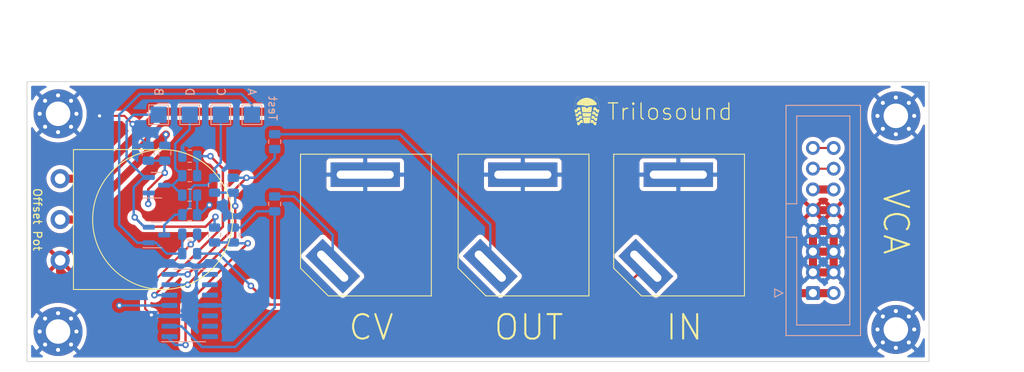
<source format=kicad_pcb>
(kicad_pcb (version 20211014) (generator pcbnew)
  (layers (0 "F.Cu" signal) (31 "B.Cu" signal) (34 "B.Paste" user) (35 "F.Paste" user) (36 "B.SilkS" user "B.Silkscreen") (37 "F.SilkS" user "F.Silkscreen") (38 "B.Mask" user) (39 "F.Mask" user) (44 "Edge.Cuts" user))
  (net 0 "")
  (net 1 "+12V")
  (net 2 "-12V")
  (net 3 "GND")
  (net 4 "CV")
  (net 5 "SIGNAL")
  (net 6 "OUT")
  (net 7 "Net-(Q1-Pad1)")
  (net 8 "Net-(Q1-Pad2)")
  (net 9 "Net-(Q1-Pad3)")
  (net 10 "Net-(Q2-Pad3)")
  (net 11 "Net-(R1-Pad2)")
  (net 12 "Net-(R2-Pad2)")
  (net 13 "Net-(R11-Pad2)")
  (net 14 "Net-(R10-Pad2)")
  (net 15 "Net-(R11-Pad1)")
  (net 22 "Net-(Q2-Pad1)")
  (net 23 "Net-(R14-Pad2)")
  (net 24 "+5V")
  (net 25 "unconnected-(U2-Pad7)")
  (net 26 "unconnected-(U2-Pad8)")
  (footprint "Potentiometer_THT:Potentiometer_Omeg_PC16BU_Vertical" (layer "F.Cu") (at 49.54 69.639442)
    (fp_text reference "RV1" hide)
    (fp_text value "R_Potentiometer_US" hide)
    (pad "1" thru_hole circle (at 0 0) (size 2.34 2.34) (drill 1.3) (layers *.Cu *.Mask) (net 1 "+12V"))
    (pad "2" thru_hole circle (at 0 -5) (size 2.34 2.34) (drill 1.3) (layers *.Cu *.Mask) (net 23 "Net-(R14-Pad2)"))
    (pad "3" thru_hole circle (at 0 -10) (size 2.34 2.34) (drill 1.3) (layers *.Cu *.Mask) (net 2 "-12V"))
  )
  (footprint "MountingHole:MountingHole_3mm_Pad_Via" (layer "F.Cu") (at 151.902 78.101442 -90)
    (fp_text reference "H2" hide)
    (fp_text value "MountingHole_Pad" hide)
    (pad "1" thru_hole circle locked (at 0 -2.25 270) (size 0.8 0.8) (drill 0.5) (layers *.Cu *.Mask) (net 3 "GND"))
    (pad "1" thru_hole circle locked (at 2.25 0 270) (size 0.8 0.8) (drill 0.5) (layers *.Cu *.Mask) (net 3 "GND"))
    (pad "1" thru_hole circle locked (at 1.59099 1.59099 270) (size 0.8 0.8) (drill 0.5) (layers *.Cu *.Mask) (net 3 "GND"))
    (pad "1" thru_hole circle locked (at -1.59099 -1.59099 270) (size 0.8 0.8) (drill 0.5) (layers *.Cu *.Mask) (net 3 "GND"))
    (pad "1" thru_hole circle locked (at -2.25 0 270) (size 0.8 0.8) (drill 0.5) (layers *.Cu *.Mask) (net 3 "GND"))
    (pad "1" thru_hole circle locked (at 1.59099 -1.59099 270) (size 0.8 0.8) (drill 0.5) (layers *.Cu *.Mask) (net 3 "GND"))
    (pad "1" thru_hole circle locked (at -1.59099 1.59099 270) (size 0.8 0.8) (drill 0.5) (layers *.Cu *.Mask) (net 3 "GND"))
    (pad "1" thru_hole circle locked (at 0 2.25 270) (size 0.8 0.8) (drill 0.5) (layers *.Cu *.Mask) (net 3 "GND"))
    (pad "1" thru_hole circle locked (at 0 0 270) (size 6 6) (drill 3) (layers *.Cu *.Mask) (net 3 "GND"))
  )
  (footprint "MountingHole:MountingHole_3mm_Pad_Via" (layer "F.Cu") (at 49.286 78.355442 -90)
    (fp_text reference "H1" hide)
    (fp_text value "MountingHole_Pad" hide)
    (pad "1" thru_hole circle locked (at 1.59099 1.59099 270) (size 0.8 0.8) (drill 0.5) (layers *.Cu *.Mask) (net 3 "GND"))
    (pad "1" thru_hole circle locked (at 0 0 270) (size 6 6) (drill 3) (layers *.Cu *.Mask) (net 3 "GND"))
    (pad "1" thru_hole circle locked (at 0 2.25 270) (size 0.8 0.8) (drill 0.5) (layers *.Cu *.Mask) (net 3 "GND"))
    (pad "1" thru_hole circle locked (at -1.59099 1.59099 270) (size 0.8 0.8) (drill 0.5) (layers *.Cu *.Mask) (net 3 "GND"))
    (pad "1" thru_hole circle locked (at 2.25 0 270) (size 0.8 0.8) (drill 0.5) (layers *.Cu *.Mask) (net 3 "GND"))
    (pad "1" thru_hole circle locked (at 0 -2.25 270) (size 0.8 0.8) (drill 0.5) (layers *.Cu *.Mask) (net 3 "GND"))
    (pad "1" thru_hole circle locked (at -2.25 0 270) (size 0.8 0.8) (drill 0.5) (layers *.Cu *.Mask) (net 3 "GND"))
    (pad "1" thru_hole circle locked (at -1.59099 -1.59099 270) (size 0.8 0.8) (drill 0.5) (layers *.Cu *.Mask) (net 3 "GND"))
    (pad "1" thru_hole circle locked (at 1.59099 -1.59099 270) (size 0.8 0.8) (drill 0.5) (layers *.Cu *.Mask) (net 3 "GND"))
  )
  (footprint "LIBRARY-8-bit-computer:ACJS-MV35-3S-audio-jack" (layer "F.Cu") (at 106.944 64.766442 -90)
    (fp_text reference "J1" hide)
    (fp_text value "AudioJack2" hide)
    (pad "S" thru_hole rect (at -5.625 0.733 270) (size 3 8.5) (drill oval 1 7) (layers *.Cu *.Mask) (net 3 "GND"))
    (pad "T" thru_hole rect (at 5.585 4.715 225) (size 3 6.5) (drill oval 1 5) (layers *.Cu *.Mask) (net 6 "OUT"))
  )
  (footprint "MountingHole:MountingHole_3mm_Pad_Via" (layer "F.Cu") (at 49.286 51.685442 -90)
    (fp_text reference "H4" hide)
    (fp_text value "MountingHole_Pad" hide)
    (pad "1" thru_hole circle locked (at 1.59099 -1.59099 270) (size 0.8 0.8) (drill 0.5) (layers *.Cu *.Mask) (net 3 "GND"))
    (pad "1" thru_hole circle locked (at -1.59099 1.59099 270) (size 0.8 0.8) (drill 0.5) (layers *.Cu *.Mask) (net 3 "GND"))
    (pad "1" thru_hole circle locked (at 1.59099 1.59099 270) (size 0.8 0.8) (drill 0.5) (layers *.Cu *.Mask) (net 3 "GND"))
    (pad "1" thru_hole circle locked (at 0 0 270) (size 6 6) (drill 3) (layers *.Cu *.Mask) (net 3 "GND"))
    (pad "1" thru_hole circle locked (at -1.59099 -1.59099 270) (size 0.8 0.8) (drill 0.5) (layers *.Cu *.Mask) (net 3 "GND"))
    (pad "1" thru_hole circle locked (at -2.25 0 270) (size 0.8 0.8) (drill 0.5) (layers *.Cu *.Mask) (net 3 "GND"))
    (pad "1" thru_hole circle locked (at 2.25 0 270) (size 0.8 0.8) (drill 0.5) (layers *.Cu *.Mask) (net 3 "GND"))
    (pad "1" thru_hole circle locked (at 0 2.25 270) (size 0.8 0.8) (drill 0.5) (layers *.Cu *.Mask) (net 3 "GND"))
    (pad "1" thru_hole circle locked (at 0 -2.25 270) (size 0.8 0.8) (drill 0.5) (layers *.Cu *.Mask) (net 3 "GND"))
  )
  (footprint "LIBRARY-8-bit-computer:ACJS-MV35-3S-audio-jack" (layer "F.Cu") (at 125.994 64.766442 -90)
    (fp_text reference "J2" hide)
    (fp_text value "AudioJack2" hide)
    (pad "S" thru_hole rect (at -5.625 0.733 270) (size 3 8.5) (drill oval 1 7) (layers *.Cu *.Mask) (net 3 "GND"))
    (pad "T" thru_hole rect (at 5.585 4.715 225) (size 3 6.5) (drill oval 1 5) (layers *.Cu *.Mask) (net 5 "SIGNAL"))
  )
  (footprint "MountingHole:MountingHole_3mm_Pad_Via" (layer "F.Cu") (at 151.902 51.939442 -90)
    (fp_text reference "H3" hide)
    (fp_text value "MountingHole_Pad" hide)
    (pad "1" thru_hole circle locked (at 0 -2.25 270) (size 0.8 0.8) (drill 0.5) (layers *.Cu *.Mask) (net 3 "GND"))
    (pad "1" thru_hole circle locked (at 1.59099 1.59099 270) (size 0.8 0.8) (drill 0.5) (layers *.Cu *.Mask) (net 3 "GND"))
    (pad "1" thru_hole circle locked (at 2.25 0 270) (size 0.8 0.8) (drill 0.5) (layers *.Cu *.Mask) (net 3 "GND"))
    (pad "1" thru_hole circle locked (at -1.59099 1.59099 270) (size 0.8 0.8) (drill 0.5) (layers *.Cu *.Mask) (net 3 "GND"))
    (pad "1" thru_hole circle locked (at 0 2.25 270) (size 0.8 0.8) (drill 0.5) (layers *.Cu *.Mask) (net 3 "GND"))
    (pad "1" thru_hole circle locked (at 1.59099 -1.59099 270) (size 0.8 0.8) (drill 0.5) (layers *.Cu *.Mask) (net 3 "GND"))
    (pad "1" thru_hole circle locked (at -1.59099 -1.59099 270) (size 0.8 0.8) (drill 0.5) (layers *.Cu *.Mask) (net 3 "GND"))
    (pad "1" thru_hole circle locked (at 0 0 270) (size 6 6) (drill 3) (layers *.Cu *.Mask) (net 3 "GND"))
    (pad "1" thru_hole circle locked (at -2.25 0 270) (size 0.8 0.8) (drill 0.5) (layers *.Cu *.Mask) (net 3 "GND"))
  )
  (footprint "Stephenv6:trilobyte-logo-tiny" (layer "F.Cu") (at 114.046 45.466)
    (fp_text reference "REF**" hide)
    (fp_text value "trilobyte-logo-tiny" hide)
  )
  (footprint "LIBRARY-8-bit-computer:ACJS-MV35-3S-audio-jack" (layer "F.Cu") (at 87.64 64.766442 -90)
    (fp_text reference "J3" hide)
    (fp_text value "AudioJack2" hide)
    (pad "S" thru_hole rect (at -5.625 0.733 270) (size 3 8.5) (drill oval 1 7) (layers *.Cu *.Mask) (net 3 "GND"))
    (pad "T" thru_hole rect (at 5.585 4.715 225) (size 3 6.5) (drill oval 1 5) (layers *.Cu *.Mask) (net 4 "CV"))
  )
  (footprint "Resistor_SMD:R_0805_2012Metric" (layer "B.Cu") (at 75.823 62.722014 -90)
    (fp_text reference "R1" hide)
    (fp_text value "R_Small_US" hide)
    (pad "1" smd roundrect (at -0.9125 0 270) (size 1.025 1.4) (layers "B.Cu" "B.Paste" "B.Mask") (roundrect_rratio 0.243902439) (net 4 "CV"))
    (pad "2" smd roundrect (at 0.9125 0 270) (size 1.025 1.4) (layers "B.Cu" "B.Paste" "B.Mask") (roundrect_rratio 0.243902439) (net 11 "Net-(R1-Pad2)"))
  )
  (footprint "Resistor_SMD:R_0805_2012Metric" (layer "B.Cu") (at 65.409 56.880014)
    (fp_text reference "R10" hide)
    (fp_text value "R_Small_US" hide)
    (pad "1" smd roundrect (at -0.9125 0) (size 1.025 1.4) (layers "B.Cu" "B.Paste" "B.Mask") (roundrect_rratio 0.243902439) (net 3 "GND"))
    (pad "2" smd roundrect (at 0.9125 0) (size 1.025 1.4) (layers "B.Cu" "B.Paste" "B.Mask") (roundrect_rratio 0.243902439) (net 14 "Net-(R10-Pad2)"))
  )
  (footprint "Resistor_SMD:R_0805_2012Metric" (layer "B.Cu") (at 65.409 61.655214 180)
    (fp_text reference "R7" hide)
    (fp_text value "R_Small_US" hide)
    (pad "1" smd roundrect (at -0.9125 0 180) (size 1.025 1.4) (layers "B.Cu" "B.Paste" "B.Mask") (roundrect_rratio 0.243902439) (net 1 "+12V"))
    (pad "2" smd roundrect (at 0.9125 0 180) (size 1.025 1.4) (layers "B.Cu" "B.Paste" "B.Mask") (roundrect_rratio 0.243902439) (net 10 "Net-(Q2-Pad3)"))
  )
  (footprint "TestPoint:TestPoint_Pad_2.0x2.0mm" (layer "B.Cu") (at 61.599 51.800014 90)
    (fp_text reference "TP2" hide)
    (fp_text value "TestPoint" hide)
    (pad "1" smd rect locked (at 0 0 90) (size 2 2) (layers "B.Cu" "B.Mask") (net 8 "Net-(Q1-Pad2)"))
  )
  (footprint "Package_TO_SOT_SMD:SOT-23" (layer "B.Cu") (at 61.345 60.436014)
    (fp_text reference "Q2" hide)
    (fp_text value "2N2222_smd-stephen" hide)
    (pad "1" smd roundrect locked (at -0.9375 0.95) (size 1.475 0.6) (layers "B.Cu" "B.Paste" "B.Mask") (net 22 "Net-(Q2-Pad1)"))
    (pad "2" smd roundrect locked (at -0.9375 -0.95) (size 1.475 0.6) (layers "B.Cu" "B.Paste" "B.Mask") (net 8 "Net-(Q1-Pad2)"))
    (pad "3" smd roundrect locked (at 0.9375 0) (size 1.475 0.6) (layers "B.Cu" "B.Paste" "B.Mask") (net 10 "Net-(Q2-Pad3)"))
  )
  (footprint "LIBRARY-8-bit-computer:IDC-Socket-Eurorack_16p_2.54mm" (layer "B.Cu") (at 143.012 64.766442 180)
    (fp_text reference "U2" hide)
    (fp_text value "Eurorack_IDE_16P" hide)
    (pad "1" thru_hole roundrect (at 1.27 -8.878) (size 1.7 1.7) (drill 1) (layers *.Cu *.Mask) (roundrect_rratio 0.147059) (net 2 "-12V"))
    (pad "1" thru_hole circle (at -1.27 -8.878) (size 1.7 1.7) (drill 1) (layers *.Cu *.Mask) (net 2 "-12V"))
    (pad "2" thru_hole circle (at 1.27 -6.338) (size 1.7 1.7) (drill 1) (layers *.Cu *.Mask) (net 3 "GND"))
    (pad "2" thru_hole circle (at -1.27 -6.35) (size 1.7 1.7) (drill 1) (layers *.Cu *.Mask) (net 3 "GND"))
    (pad "3" thru_hole circle (at -1.27 -3.81) (size 1.7 1.7) (drill 1) (layers *.Cu *.Mask) (net 3 "GND"))
    (pad "3" thru_hole circle (at 1.27 -3.798) (size 1.7 1.7) (drill 1) (layers *.Cu *.Mask) (net 3 "GND"))
    (pad "4" thru_hole circle (at 1.27 -1.258) (size 1.7 1.7) (drill 1) (layers *.Cu *.Mask) (net 3 "GND"))
    (pad "4" thru_hole circle (at -1.27 -1.27) (size 1.7 1.7) (drill 1) (layers *.Cu *.Mask) (net 3 "GND"))
    (pad "5" thru_hole circle (at -1.27 1.27) (size 1.7 1.7) (drill 1) (layers *.Cu *.Mask) (net 1 "+12V"))
    (pad "5" thru_hole circle (at 1.27 1.282) (size 1.7 1.7) (drill 1) (layers *.Cu *.Mask) (net 1 "+12V"))
    (pad "6" thru_hole circle (at -1.27 3.81) (size 1.7 1.7) (drill 1) (layers *.Cu *.Mask) (net 24 "+5V"))
    (pad "6" thru_hole circle (at 1.27 3.822) (size 1.7 1.7) (drill 1) (layers *.Cu *.Mask) (net 24 "+5V"))
    (pad "7" thru_hole circle (at -1.27 6.35) (size 1.7 1.7) (drill 1) (layers *.Cu *.Mask) (net 25 "unconnected-(U2-Pad7)"))
    (pad "7" thru_hole circle (at 1.27 6.362) (size 1.7 1.7) (drill 1) (layers *.Cu *.Mask) (net 25 "unconnected-(U2-Pad7)"))
    (pad "8" thru_hole circle (at -1.27 8.89) (size 1.7 1.7) (drill 1) (layers *.Cu *.Mask) (net 26 "unconnected-(U2-Pad8)"))
    (pad "8" thru_hole circle (at 1.27 8.902) (size 1.7 1.7) (drill 1) (layers *.Cu *.Mask) (net 26 "unconnected-(U2-Pad8)"))
  )
  (footprint "TestPoint:TestPoint_Pad_2.0x2.0mm" (layer "B.Cu") (at 69.219 51.800014 90)
    (fp_text reference "TP3" hide)
    (fp_text value "TestPoint" hide)
    (pad "1" smd rect locked (at 0 0 90) (size 2 2) (layers "B.Cu" "B.Mask") (net 9 "Net-(Q1-Pad3)"))
  )
  (footprint "Resistor_SMD:R_0805_2012Metric" (layer "B.Cu") (at 65.409 64.042814 180)
    (fp_text reference "R6" hide)
    (fp_text value "R_Small_US" hide)
    (pad "1" smd roundrect (at -0.9125 0 180) (size 1.025 1.4) (layers "B.Cu" "B.Paste" "B.Mask") (roundrect_rratio 0.243902439) (net 1 "+12V"))
    (pad "2" smd roundrect (at 0.9125 0 180) (size 1.025 1.4) (layers "B.Cu" "B.Paste" "B.Mask") (roundrect_rratio 0.243902439) (net 9 "Net-(Q1-Pad3)"))
  )
  (footprint "Resistor_SMD:R_0805_2012Metric" (layer "B.Cu") (at 62.361 56.522514 90)
    (fp_text reference "R14" hide)
    (fp_text value "R_Small_US" hide)
    (pad "1" smd roundrect (at -0.9125 0 90) (size 1.025 1.4) (layers "B.Cu" "B.Paste" "B.Mask") (roundrect_rratio 0.243902439) (net 22 "Net-(Q2-Pad1)"))
    (pad "2" smd roundrect (at 0.9125 0 90) (size 1.025 1.4) (layers "B.Cu" "B.Paste" "B.Mask") (roundrect_rratio 0.243902439) (net 23 "Net-(R14-Pad2)"))
  )
  (footprint "Resistor_SMD:R_0805_2012Metric" (layer "B.Cu") (at 70.743 60.436014 -90)
    (fp_text reference "R11" hide)
    (fp_text value "R_Small_US" hide)
    (pad "1" smd roundrect (at -0.9125 0 270) (size 1.025 1.4) (layers "B.Cu" "B.Paste" "B.Mask") (roundrect_rratio 0.243902439) (net 15 "Net-(R11-Pad1)"))
    (pad "2" smd roundrect (at 0.9125 0 270) (size 1.025 1.4) (layers "B.Cu" "B.Paste" "B.Mask") (roundrect_rratio 0.243902439) (net 13 "Net-(R11-Pad2)"))
  )
  (footprint "LIBRARY-8-bit-computer:R_0805_2012Metric-10K" (layer "B.Cu") (at 65.409 59.267614)
    (fp_text reference "R9" hide)
    (fp_text value "R_Small_US" hide)
    (pad "1" smd roundrect (at -0.9125 0) (size 1.025 1.4) (layers "B.Cu" "B.Paste" "B.Mask") (roundrect_rratio 0.243902439) (net 10 "Net-(Q2-Pad3)"))
    (pad "2" smd roundrect (at 0.9125 0) (size 1.025 1.4) (layers "B.Cu" "B.Paste" "B.Mask") (roundrect_rratio 0.243902439) (net 14 "Net-(R10-Pad2)"))
  )
  (footprint "Resistor_SMD:R_0805_2012Metric" (layer "B.Cu") (at 65.409 68.818014)
    (fp_text reference "R3" hide)
    (fp_text value "R_Small_US" hide)
    (pad "1" smd roundrect (at -0.9125 0) (size 1.025 1.4) (layers "B.Cu" "B.Paste" "B.Mask") (roundrect_rratio 0.243902439) (net 7 "Net-(Q1-Pad1)"))
    (pad "2" smd roundrect (at 0.9125 0) (size 1.025 1.4) (layers "B.Cu" "B.Paste" "B.Mask") (roundrect_rratio 0.243902439) (net 5 "SIGNAL"))
  )
  (footprint "Resistor_SMD:R_0805_2012Metric" (layer "B.Cu") (at 65.409 66.430414 180)
    (fp_text reference "R5" hide)
    (fp_text value "R_Small_US" hide)
    (pad "1" smd roundrect (at -0.9125 0 180) (size 1.025 1.4) (layers "B.Cu" "B.Paste" "B.Mask") (roundrect_rratio 0.243902439) (net 3 "GND"))
    (pad "2" smd roundrect (at 0.9125 0 180) (size 1.025 1.4) (layers "B.Cu" "B.Paste" "B.Mask") (roundrect_rratio 0.243902439) (net 7 "Net-(Q1-Pad1)"))
  )
  (footprint "LIBRARY-8-bit-computer:R_0805_2012Metric-10K" (layer "B.Cu") (at 68.457 60.436014 -90)
    (fp_text reference "R8" hide)
    (fp_text value "R_Small_US" hide)
    (pad "1" smd roundrect (at -0.9125 0 270) (size 1.025 1.4) (layers "B.Cu" "B.Paste" "B.Mask") (roundrect_rratio 0.243902439) (net 9 "Net-(Q1-Pad3)"))
    (pad "2" smd roundrect (at 0.9125 0 270) (size 1.025 1.4) (layers "B.Cu" "B.Paste" "B.Mask") (roundrect_rratio 0.243902439) (net 13 "Net-(R11-Pad2)"))
  )
  (footprint "LIBRARY-8-bit-computer:R_0805_2012Metric-10K" (layer "B.Cu") (at 68.457 66.532014 90)
    (fp_text reference "R4" hide)
    (fp_text value "R_Small_US" hide)
    (pad "1" smd roundrect (at -0.9125 0 90) (size 1.025 1.4) (layers "B.Cu" "B.Paste" "B.Mask") (roundrect_rratio 0.243902439) (net 12 "Net-(R2-Pad2)"))
    (pad "2" smd roundrect (at 0.9125 0 90) (size 1.025 1.4) (layers "B.Cu" "B.Paste" "B.Mask") (roundrect_rratio 0.243902439) (net 8 "Net-(Q1-Pad2)"))
  )
  (footprint "Package_TO_SOT_SMD:SOT-23" (layer "B.Cu") (at 61.345 66.532014)
    (fp_text reference "Q1" hide)
    (fp_text value "2N2222_smd-stephen" hide)
    (pad "1" smd roundrect locked (at -0.9375 0.95) (size 1.475 0.6) (layers "B.Cu" "B.Paste" "B.Mask") (net 7 "Net-(Q1-Pad1)"))
    (pad "2" smd roundrect locked (at -0.9375 -0.95) (size 1.475 0.6) (layers "B.Cu" "B.Paste" "B.Mask") (net 8 "Net-(Q1-Pad2)"))
    (pad "3" smd roundrect locked (at 0.9375 0) (size 1.475 0.6) (layers "B.Cu" "B.Paste" "B.Mask") (net 9 "Net-(Q1-Pad3)"))
  )
  (footprint "Package_SO:SO-14_3.9x8.65mm_P1.27mm" (layer "B.Cu") (at 65.409 75.168014)
    (fp_text reference "U1" hide)
    (fp_text value "TL074" hide)
    (pad "1" smd roundrect (at -2.475 3.81) (size 1.95 0.6) (layers "B.Cu" "B.Paste" "B.Mask") (net 12 "Net-(R2-Pad2)"))
    (pad "2" smd roundrect (at -2.475 2.54) (size 1.95 0.6) (layers "B.Cu" "B.Paste" "B.Mask") (net 11 "Net-(R1-Pad2)"))
    (pad "3" smd roundrect (at -2.475 1.27) (size 1.95 0.6) (layers "B.Cu" "B.Paste" "B.Mask") (net 3 "GND"))
    (pad "4" smd roundrect (at -2.475 0) (size 1.95 0.6) (layers "B.Cu" "B.Paste" "B.Mask") (net 1 "+12V"))
    (pad "5" smd roundrect (at -2.475 -1.27) (size 1.95 0.6) (layers "B.Cu" "B.Paste" "B.Mask") (net 14 "Net-(R10-Pad2)"))
    (pad "6" smd roundrect (at -2.475 -2.54) (size 1.95 0.6) (layers "B.Cu" "B.Paste" "B.Mask") (net 13 "Net-(R11-Pad2)"))
    (pad "7" smd roundrect (at -2.475 -3.81) (size 1.95 0.6) (layers "B.Cu" "B.Paste" "B.Mask") (net 15 "Net-(R11-Pad1)"))
    (pad "8" smd roundrect (at 2.475 -3.81) (size 1.95 0.6) (layers "B.Cu" "B.Paste" "B.Mask"))
    (pad "9" smd roundrect (at 2.475 -2.54) (size 1.95 0.6) (layers "B.Cu" "B.Paste" "B.Mask"))
    (pad "10" smd roundrect (at 2.475 -1.27) (size 1.95 0.6) (layers "B.Cu" "B.Paste" "B.Mask"))
    (pad "11" smd roundrect (at 2.475 0) (size 1.95 0.6) (layers "B.Cu" "B.Paste" "B.Mask") (net 3 "GND"))
    (pad "12" smd roundrect (at 2.475 1.27) (size 1.95 0.6) (layers "B.Cu" "B.Paste" "B.Mask"))
    (pad "13" smd roundrect (at 2.475 2.54) (size 1.95 0.6) (layers "B.Cu" "B.Paste" "B.Mask"))
    (pad "14" smd roundrect (at 2.475 3.81) (size 1.95 0.6) (layers "B.Cu" "B.Paste" "B.Mask"))
  )
  (footprint "Resistor_SMD:R_0805_2012Metric" (layer "B.Cu") (at 60.329 56.522514 -90)
    (fp_text reference "R13" hide)
    (fp_text value "R_Small_US" hide)
    (pad "1" smd roundrect (at -0.9125 0 270) (size 1.025 1.4) (layers "B.Cu" "B.Paste" "B.Mask") (roundrect_rratio 0.243902439) (net 3 "GND"))
    (pad "2" smd roundrect (at 0.9125 0 270) (size 1.025 1.4) (layers "B.Cu" "B.Paste" "B.Mask") (roundrect_rratio 0.243902439) (net 22 "Net-(Q2-Pad1)"))
  )
  (footprint "Resistor_SMD:R_0805_2012Metric" (layer "B.Cu") (at 70.743 66.532014 -90)
    (fp_text reference "R2" hide)
    (fp_text value "R_Small_US" hide)
    (pad "1" smd roundrect (at -0.9125 0 270) (size 1.025 1.4) (layers "B.Cu" "B.Paste" "B.Mask") (roundrect_rratio 0.243902439) (net 11 "Net-(R1-Pad2)"))
    (pad "2" smd roundrect (at 0.9125 0 270) (size 1.025 1.4) (layers "B.Cu" "B.Paste" "B.Mask") (roundrect_rratio 0.243902439) (net 12 "Net-(R2-Pad2)"))
  )
  (footprint "TestPoint:TestPoint_Pad_2.0x2.0mm" (layer "B.Cu") (at 65.409 51.800014 90)
    (fp_text reference "TP4" hide)
    (fp_text value "TestPoint" hide)
    (pad "1" smd rect locked (at 0 0 90) (size 2 2) (layers "B.Cu" "B.Mask") (net 10 "Net-(Q2-Pad3)"))
  )
  (footprint "LIBRARY-8-bit-computer:R_0805_2012Metric-1K-Gray" (layer "B.Cu") (at 75.823 55.102014 -90)
    (fp_text reference "R12" hide)
    (fp_text value "R_Small_US" hide)
    (pad "1" smd roundrect (at -0.9125 0 270) (size 1.025 1.4) (layers "B.Cu" "B.Paste" "B.Mask") (roundrect_rratio 0.243902439) (net 6 "OUT"))
    (pad "2" smd roundrect (at 0.9125 0 270) (size 1.025 1.4) (layers "B.Cu" "B.Paste" "B.Mask") (roundrect_rratio 0.243902439) (net 15 "Net-(R11-Pad1)"))
  )
  (footprint "TestPoint:TestPoint_Pad_2.0x2.0mm" (layer "B.Cu") (at 73.029 51.800014 90)
    (fp_text reference "TP1" hide)
    (fp_text value "TestPoint" hide)
    (pad "1" smd rect locked (at 0 0 90) (size 2 2) (layers "B.Cu" "B.Mask") (net 7 "Net-(Q1-Pad1)"))
  )
  (gr_rect (start 155.966 47.748442) (end 45.476 82.038442) (layer "Edge.Cuts") (width 0.1) (fill none))
  (gr_text "B" (at 61.599 49.006014 270) (layer "B.SilkS") (effects (font (size 1 1)) (justify mirror)))
  (gr_text "D" (at 65.409 49.006014 270) (layer "B.SilkS") (effects (font (size 1 1)) (justify mirror)))
  (gr_text "A" (at 73.029 49.006014 270) (layer "B.SilkS") (effects (font (size 1 1)) (justify mirror)))
  (gr_text "Test" (at 75.569 51.038014 270) (layer "B.SilkS") (effects (font (size 1 1)) (justify mirror)))
  (gr_text "C" (at 69.219 49.006014 270) (layer "B.SilkS") (effects (font (size 1 1)) (justify mirror)))
  (gr_text "CV" (at 87.64 77.847442) (layer "F.SilkS") (effects (font (size 3 3) (thickness 0.25))))
  (gr_text "OUT" (at 106.944 77.847442) (layer "F.SilkS") (effects (font (size 3 3) (thickness 0.25))))
  (gr_text "VCA" (at 151.902 64.893442 270) (layer "F.SilkS") (effects (font (size 3 3) (thickness 0.25))))
  (gr_text "Trilosound" (at 124.216 51.431442) (layer "F.SilkS") (effects (font (size 2 2))))
  (gr_text "IN" (at 125.994 77.847442) (layer "F.SilkS") (effects (font (size 3 3) (thickness 0.25))))
  (gr_text "Offset Pot" (at 46.746 64.639442 270) (layer "F.SilkS") (effects (font (size 1 1))))
  (segment (start 53.718572 75.168014) (end 56.791428 75.168014) (width 1) (layer "F.Cu") (net 1))
  (segment (start 49.54 70.989442) (end 53.718572 75.168014) (width 1) (layer "F.Cu") (net 1))
  (segment (start 141.7515 63.496442) (end 144.2915 63.496442) (width 1) (layer "F.Cu") (net 1))
  (segment (start 49.54 69.639442) (end 49.54 70.989442) (width 1) (layer "F.Cu") (net 1))
  (via (at 56.791428 75.168014) (size 0.8) (drill 0.4) (layers "F.Cu" "B.Cu") (net 1))
  (via (at 67.828 62.861442) (size 0.8) (drill 0.4) (layers "F.Cu" "B.Cu") (net 1))
  (segment (start 66.3215 64.042814) (end 66.646628 64.042814) (width 0.3) (layer "B.Cu") (net 1))
  (segment (start 66.3215 61.655214) (end 66.3215 64.042814) (width 0.3) (layer "B.Cu") (net 1))
  (segment (start 66.646628 64.042814) (end 67.828 62.861442) (width 0.3) (layer "B.Cu") (net 1))
  (segment (start 62.934 75.168014) (end 56.791428 75.168014) (width 0.3) (layer "B.Cu") (net 1))
  (segment (start 141.7515 73.656442) (end 144.2915 73.656442) (width 1) (layer "F.Cu") (net 2))
  (segment (start 140.091 73.656442) (end 137.932 71.497442) (width 1) (layer "F.Cu") (net 2))
  (segment (start 137.932 56.257442) (end 133.106 51.431442) (width 1) (layer "F.Cu") (net 2))
  (segment (start 141.7515 73.656442) (end 140.091 73.656442) (width 1) (layer "F.Cu") (net 2))
  (segment (start 133.106 51.431442) (end 61.732 51.431442) (width 1) (layer "F.Cu") (net 2))
  (segment (start 53.524 59.639442) (end 49.54 59.639442) (width 1) (layer "F.Cu") (net 2))
  (segment (start 137.932 71.497442) (end 137.932 56.257442) (width 1) (layer "F.Cu") (net 2))
  (segment (start 61.732 51.431442) (end 53.524 59.639442) (width 1) (layer "F.Cu") (net 2))
  (segment (start 59.954 73.275442) (end 59.954 74.545442) (width 0.25) (layer "F.Cu") (net 3))
  (segment (start 144.2915 66.036442) (end 141.7515 66.036442) (width 1) (layer "F.Cu") (net 3))
  (segment (start 144.2915 71.116442) (end 141.7515 71.116442) (width 1) (layer "F.Cu") (net 3))
  (segment (start 58.43 52.955442) (end 57.414 51.939442) (width 0.25) (layer "F.Cu") (net 3))
  (segment (start 141.7515 68.576442) (end 144.2915 68.576442) (width 1) (layer "F.Cu") (net 3))
  (segment (start 59.954 74.545442) (end 59.954 75.561442) (width 0.25) (layer "F.Cu") (net 3))
  (segment (start 141.7515 71.116442) (end 141.7515 66.036442) (width 1) (layer "F.Cu") (net 3))
  (segment (start 59.954 75.561442) (end 60.716 76.323442) (width 0.25) (layer "F.Cu") (net 3))
  (segment (start 65.542 67.687442) (end 59.954 73.275442) (width 0.25) (layer "F.Cu") (net 3))
  (segment (start 144.2915 66.036442) (end 144.2915 71.116442) (width 1) (layer "F.Cu") (net 3))
  (segment (start 57.414 51.939442) (end 54.366 51.939442) (width 0.25) (layer "F.Cu") (net 3))
  (via (at 65.542 67.687442) (size 0.8) (drill 0.4) (layers "F.Cu" "B.Cu") (net 3))
  (via (at 60.716 76.323442) (size 0.8) (drill 0.4) (layers "F.Cu" "B.Cu") (net 3))
  (via (at 58.43 52.955442) (size 0.8) (drill 0.4) (layers "F.Cu" "B.Cu") (net 3))
  (via (at 54.366 51.939442) (size 0.8) (drill 0.4) (layers "F.Cu" "B.Cu") (net 3))
  (segment (start 58.43 53.711014) (end 58.43 52.955442) (width 0.25) (layer "B.Cu") (net 3))
  (segment (start 60.716 76.323442) (end 62.819428 76.323442) (width 0.25) (layer "B.Cu") (net 3))
  (segment (start 66.3215 66.907942) (end 65.542 67.687442) (width 0.25) (layer "B.Cu") (net 3))
  (segment (start 60.329 55.610014) (end 58.43 53.711014) (width 0.25) (layer "B.Cu") (net 3))
  (segment (start 66.3215 66.430414) (end 66.3215 66.907942) (width 0.25) (layer "B.Cu") (net 3))
  (segment (start 62.819428 76.323442) (end 62.934 76.438014) (width 0.25) (layer "B.Cu") (net 3))
  (segment (start 82.925 70.351442) (end 82.925 66.528442) (width 0.3) (layer "B.Cu") (net 4))
  (segment (start 78.206072 61.809514) (end 75.823 61.809514) (width 0.3) (layer "B.Cu") (net 4))
  (segment (start 82.925 66.528442) (end 78.206072 61.809514) (width 0.3) (layer "B.Cu") (net 4))
  (segment (start 116.577 75.053442) (end 121.279 70.351442) (width 0.3) (layer "F.Cu") (net 5))
  (segment (start 72.908 72.767442) (end 75.194 75.053442) (width 0.3) (layer "F.Cu") (net 5))
  (segment (start 75.194 75.053442) (end 116.577 75.053442) (width 0.3) (layer "F.Cu") (net 5))
  (via (at 72.908 72.767442) (size 0.8) (drill 0.4) (layers "F.Cu" "B.Cu") (net 5))
  (segment (start 70.622 70.481442) (end 72.908 72.767442) (width 0.3) (layer "B.Cu") (net 5))
  (segment (start 66.3215 68.818014) (end 68.958572 68.818014) (width 0.3) (layer "B.Cu") (net 5))
  (segment (start 68.958572 68.818014) (end 70.622 70.481442) (width 0.3) (layer "B.Cu") (net 5))
  (segment (start 102.229 70.351442) (end 102.229 65.258442) (width 0.3) (layer "B.Cu") (net 6))
  (segment (start 91.160072 54.189514) (end 75.823 54.189514) (width 0.3) (layer "B.Cu") (net 6))
  (segment (start 102.229 65.258442) (end 91.160072 54.189514) (width 0.3) (layer "B.Cu") (net 6))
  (segment (start 64.4965 68.818014) (end 64.4965 66.430414) (width 0.3) (layer "B.Cu") (net 7))
  (segment (start 60.4075 67.482014) (end 58.993 67.482014) (width 0.3) (layer "B.Cu") (net 7))
  (segment (start 71.759 49.260014) (end 73.029 50.530014) (width 0.3) (layer "B.Cu") (net 7))
  (segment (start 61.279 67.482014) (end 60.4075 67.482014) (width 0.3) (layer "B.Cu") (net 7))
  (segment (start 56.773 51.800014) (end 59.313 49.260014) (width 0.3) (layer "B.Cu") (net 7))
  (segment (start 73.029 50.530014) (end 73.029 51.800014) (width 0.3) (layer "B.Cu") (net 7))
  (segment (start 64.4965 68.818014) (end 62.615 68.818014) (width 0.3) (layer "B.Cu") (net 7))
  (segment (start 56.773 65.262014) (end 56.773 51.800014) (width 0.3) (layer "B.Cu") (net 7))
  (segment (start 58.993 67.482014) (end 56.773 65.262014) (width 0.3) (layer "B.Cu") (net 7))
  (segment (start 59.313 49.260014) (end 71.759 49.260014) (width 0.3) (layer "B.Cu") (net 7))
  (segment (start 62.615 68.818014) (end 61.279 67.482014) (width 0.3) (layer "B.Cu") (net 7))
  (segment (start 58.678 64.373014) (end 59.821 65.516014) (width 0.3) (layer "F.Cu") (net 8))
  (segment (start 67.353576 65.516014) (end 68.564627 64.304963) (width 0.3) (layer "F.Cu") (net 8))
  (segment (start 59.821 65.516014) (end 67.353576 65.516014) (width 0.3) (layer "F.Cu") (net 8))
  (via (at 68.564627 64.304963) (size 0.8) (drill 0.4) (layers "F.Cu" "B.Cu") (net 8))
  (via (at 58.678 64.373014) (size 0.8) (drill 0.4) (layers "F.Cu" "B.Cu") (net 8))
  (segment (start 58.678 64.373014) (end 58.551 64.246014) (width 0.3) (layer "B.Cu") (net 8))
  (segment (start 68.457 64.41259) (end 68.564627 64.304963) (width 0.3) (layer "B.Cu") (net 8))
  (segment (start 58.525472 51.800014) (end 57.680499 52.644987) (width 0.3) (layer "B.Cu") (net 8))
  (segment (start 59.887 65.582014) (end 58.678 64.373014) (width 0.3) (layer "B.Cu") (net 8))
  (segment (start 58.551 64.246014) (end 58.551 60.690014) (width 0.3) (layer "B.Cu") (net 8))
  (segment (start 57.680499 57.279513) (end 59.887 59.486014) (width 0.3) (layer "B.Cu") (net 8))
  (segment (start 58.551 60.690014) (end 59.755 59.486014) (width 0.3) (layer "B.Cu") (net 8))
  (segment (start 68.457 65.619514) (end 68.457 64.41259) (width 0.3) (layer "B.Cu") (net 8))
  (segment (start 59.755 59.486014) (end 60.4075 59.486014) (width 0.3) (layer "B.Cu") (net 8))
  (segment (start 57.680499 52.644987) (end 57.680499 57.279513) (width 0.3) (layer "B.Cu") (net 8))
  (segment (start 61.599 51.800014) (end 58.525472 51.800014) (width 0.3) (layer "B.Cu") (net 8))
  (segment (start 65.45948 63.079834) (end 65.45948 60.956885) (width 0.3) (layer "B.Cu") (net 9))
  (segment (start 62.2825 65.340514) (end 63.5802 64.042814) (width 0.3) (layer "B.Cu") (net 9))
  (segment (start 69.219 57.642014) (end 69.219 51.800014) (width 0.3) (layer "B.Cu") (net 9))
  (segment (start 68.457 59.523514) (end 68.457 58.404014) (width 0.3) (layer "B.Cu") (net 9))
  (segment (start 63.5802 64.042814) (end 64.4965 64.042814) (width 0.3) (layer "B.Cu") (net 9))
  (segment (start 67.5445 60.436014) (end 68.457 59.523514) (width 0.3) (layer "B.Cu") (net 9))
  (segment (start 65.45948 60.956885) (end 65.980351 60.436014) (width 0.3) (layer "B.Cu") (net 9))
  (segment (start 62.2825 66.532014) (end 62.2825 65.340514) (width 0.3) (layer "B.Cu") (net 9))
  (segment (start 64.4965 64.042814) (end 65.45948 63.079834) (width 0.3) (layer "B.Cu") (net 9))
  (segment (start 68.457 58.404014) (end 69.219 57.642014) (width 0.3) (layer "B.Cu") (net 9))
  (segment (start 65.980351 60.436014) (end 67.5445 60.436014) (width 0.3) (layer "B.Cu") (net 9))
  (segment (start 65.409 51.800014) (end 65.409 53.578014) (width 0.3) (layer "B.Cu") (net 10))
  (segment (start 63.2773 60.436014) (end 64.4965 61.655214) (width 0.3) (layer "B.Cu") (net 10))
  (segment (start 63.631 58.404014) (end 64.4946 59.267614) (width 0.3) (layer "B.Cu") (net 10))
  (segment (start 63.631 55.356014) (end 63.631 58.404014) (width 0.3) (layer "B.Cu") (net 10))
  (segment (start 63.3281 60.436014) (end 64.4965 59.267614) (width 0.3) (layer "B.Cu") (net 10))
  (segment (start 65.409 53.578014) (end 63.631 55.356014) (width 0.3) (layer "B.Cu") (net 10))
  (segment (start 62.2825 60.436014) (end 63.3281 60.436014) (width 0.3) (layer "B.Cu") (net 10))
  (segment (start 71.6555 65.619514) (end 73.6405 63.634514) (width 0.3) (layer "B.Cu") (net 11))
  (segment (start 70.997 80.248014) (end 66.933 80.248014) (width 0.3) (layer "B.Cu") (net 11))
  (segment (start 70.743 65.619514) (end 71.6555 65.619514) (width 0.3) (layer "B.Cu") (net 11))
  (segment (start 75.823 75.422014) (end 70.997 80.248014) (width 0.3) (layer "B.Cu") (net 11))
  (segment (start 73.6405 63.634514) (end 75.823 63.634514) (width 0.3) (layer "B.Cu") (net 11))
  (segment (start 75.823 63.634514) (end 75.823 75.422014) (width 0.3) (layer "B.Cu") (net 11))
  (segment (start 66.933 80.248014) (end 64.393 77.708014) (width 0.3) (layer "B.Cu") (net 11))
  (segment (start 64.393 77.708014) (end 62.934 77.708014) (width 0.3) (layer "B.Cu") (net 11))
  (segment (start 72.521 67.548014) (end 64.901 75.168014) (width 0.3) (layer "F.Cu") (net 12))
  (segment (start 64.901 79.994014) (end 64.901 75.168014) (width 0.3) (layer "F.Cu") (net 12))
  (via (at 72.521 67.548014) (size 0.8) (drill 0.4) (layers "F.Cu" "B.Cu") (net 12))
  (via (at 64.901 79.994014) (size 0.8) (drill 0.4) (layers "F.Cu" "B.Cu") (net 12))
  (segment (start 62.934 78.978014) (end 62.934 79.297014) (width 0.3) (layer "B.Cu") (net 12))
  (segment (start 62.934 79.297014) (end 63.631 79.994014) (width 0.3) (layer "B.Cu") (net 12))
  (segment (start 70.743 67.444514) (end 68.457 67.444514) (width 0.3) (layer "B.Cu") (net 12))
  (segment (start 72.521 67.548014) (end 70.8465 67.548014) (width 0.3) (layer "B.Cu") (net 12))
  (segment (start 63.631 79.994014) (end 64.901 79.994014) (width 0.3) (layer "B.Cu") (net 12))
  (segment (start 70.9845 66.798514) (end 70.9845 62.976014) (width 0.3) (layer "F.Cu") (net 13))
  (segment (start 65.155 72.628014) (end 70.9845 66.798514) (width 0.3) (layer "F.Cu") (net 13))
  (via (at 65.155 72.628014) (size 0.8) (drill 0.4) (layers "F.Cu" "B.Cu") (net 13))
  (via (at 70.9845 62.976014) (size 0.8) (drill 0.4) (layers "F.Cu" "B.Cu") (net 13))
  (segment (start 70.9845 61.590014) (end 70.9845 62.976014) (width 0.3) (layer "B.Cu") (net 13))
  (segment (start 65.155 72.628014) (end 62.934 72.628014) (width 0.3) (layer "B.Cu") (net 13))
  (segment (start 70.743 61.348514) (end 68.457 61.348514) (width 0.3) (layer "B.Cu") (net 13))
  (segment (start 69.473 58.404014) (end 67.949 56.880014) (width 0.3) (layer "F.Cu") (net 14))
  (segment (start 61.091 73.898014) (end 69.473 65.516014) (width 0.3) (layer "F.Cu") (net 14))
  (segment (start 69.473 58.404014) (end 69.473 65.516014) (width 0.3) (layer "F.Cu") (net 14))
  (via (at 67.949 56.880014) (size 0.8) (drill 0.4) (layers "F.Cu" "B.Cu") (net 14))
  (via (at 61.091 73.898014) (size 0.8) (drill 0.4) (layers "F.Cu" "B.Cu") (net 14))
  (segment (start 62.934 73.898014) (end 61.091 73.898014) (width 0.3) (layer "B.Cu") (net 14))
  (segment (start 67.949 56.880014) (end 66.3215 56.880014) (width 0.3) (layer "B.Cu") (net 14))
  (segment (start 66.3215 59.267614) (end 66.3215 56.880014) (width 0.3) (layer "B.Cu") (net 14))
  (segment (start 70.235 61.659014) (end 72.3705 59.523514) (width 0.3) (layer "F.Cu") (net 15))
  (segment (start 65.155 71.358014) (end 70.235 66.278014) (width 0.3) (layer "F.Cu") (net 15))
  (segment (start 70.235 66.278014) (end 70.235 61.659014) (width 0.3) (layer "F.Cu") (net 15))
  (via (at 72.3705 59.523514) (size 0.8) (drill 0.4) (layers "F.Cu" "B.Cu") (net 15))
  (via (at 65.155 71.358014) (size 0.8) (drill 0.4) (layers "F.Cu" "B.Cu") (net 15))
  (segment (start 72.3705 59.523514) (end 70.743 59.523514) (width 0.3) (layer "B.Cu") (net 15))
  (segment (start 62.934 71.358014) (end 65.155 71.358014) (width 0.3) (layer "B.Cu") (net 15))
  (segment (start 73.4335 59.523514) (end 72.3705 59.523514) (width 0.3) (layer "B.Cu") (net 15))
  (segment (start 75.823 56.014514) (end 75.823 57.134014) (width 0.3) (layer "B.Cu") (net 15))
  (segment (start 75.823 57.134014) (end 73.4335 59.523514) (width 0.3) (layer "B.Cu") (net 15))
  (segment (start 60.329 60.944014) (end 62.361 58.912014) (width 0.3) (layer "F.Cu") (net 22))
  (segment (start 60.329 62.722014) (end 60.329 60.944014) (width 0.3) (layer "F.Cu") (net 22))
  (via (at 62.361 58.912014) (size 0.8) (drill 0.4) (layers "F.Cu" "B.Cu") (net 22))
  (via (at 60.329 62.722014) (size 0.8) (drill 0.4) (layers "F.Cu" "B.Cu") (net 22))
  (segment (start 62.361 58.912014) (end 62.361 57.435014) (width 0.3) (layer "B.Cu") (net 22))
  (segment (start 62.361 57.435014) (end 60.329 57.435014) (width 0.3) (layer "B.Cu") (net 22))
  (segment (start 60.4075 62.643514) (end 60.329 62.722014) (width 0.3) (layer "B.Cu") (net 22))
  (segment (start 60.4075 61.386014) (end 60.4075 62.643514) (width 0.3) (layer "B.Cu") (net 22))
  (segment (start 52.08 64.639442) (end 62.494 54.225442) (width 1) (layer "F.Cu") (net 23))
  (segment (start 49.54 64.639442) (end 52.08 64.639442) (width 1) (layer "F.Cu") (net 23))
  (via (at 62.494 54.225442) (size 0.8) (drill 0.4) (layers "F.Cu" "B.Cu") (net 23))
  (segment (start 62.494 54.225442) (end 62.494 55.477014) (width 0.3) (layer "B.Cu") (net 23))
  (segment (start 62.494 55.477014) (end 62.361 55.610014) (width 0.3) (layer "B.Cu") (net 23))
  (segment (start 144.2915 60.956442) (end 141.7515 60.956442) (width 1) (layer "F.Cu") (net 24))
  (segment (start 141.7515 58.416442) (end 144.2915 58.416442) (width 0.25) (layer "F.Cu") (net 25))
  (segment (start 144.2915 55.876442) (end 141.7515 55.876442) (width 0.25) (layer "F.Cu") (net 26))
  (zone (net 1) (net_name "+12V") (layer "F.Cu") (connect_pads (clearance 0.508)) (min_thickness 0.254) (fill yes (thermal_gap 0.508) (thermal_bridge_width 0.508))
    (polygon (pts (xy 42.174 82.800442) (xy 42.174 46.478442) (xy 157.998 46.478442) (xy 157.998 82.800442)))
  )
  (zone (net 3) (net_name "GND") (layer "B.Cu") (connect_pads (clearance 0.508)) (min_thickness 0.254) (fill yes (thermal_gap 0.508) (thermal_bridge_width 0.508))
    (polygon (pts (xy 43.698 83.308442) (xy 43.698 45.716442) (xy 159.268 45.716442) (xy 159.268 83.308442)))
  )
)
</source>
